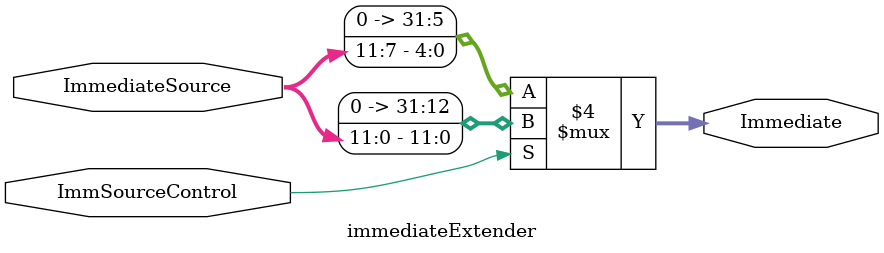
<source format=v>
module immediateExtender(input wire ImmSourceControl,
input wire [11:0]ImmediateSource,
output reg [31:0]Immediate);

always @(ImmSourceControl,ImmediateSource)begin
	if(ImmSourceControl==1)begin
	Immediate={20'h00000,ImmediateSource};
	end else begin
	Immediate={24'h000000,ImmediateSource[11:7]};
	
	end
	

end


endmodule
</source>
